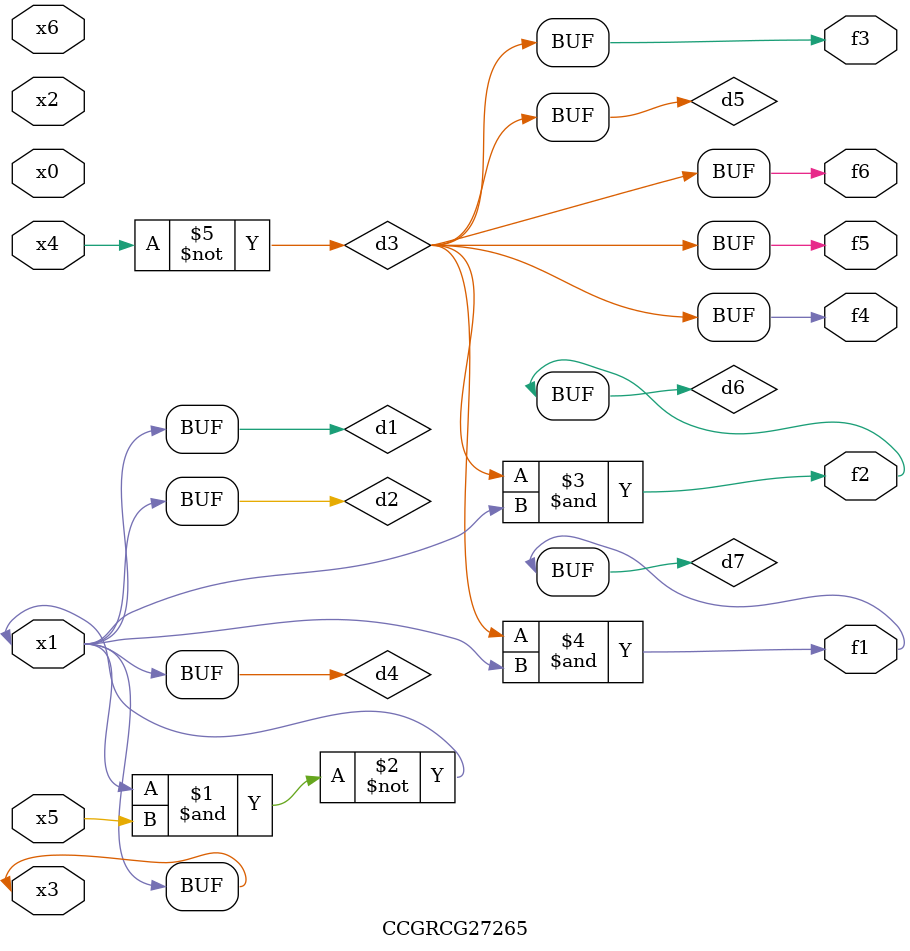
<source format=v>
module CCGRCG27265(
	input x0, x1, x2, x3, x4, x5, x6,
	output f1, f2, f3, f4, f5, f6
);

	wire d1, d2, d3, d4, d5, d6, d7;

	buf (d1, x1, x3);
	nand (d2, x1, x5);
	not (d3, x4);
	buf (d4, d1, d2);
	buf (d5, d3);
	and (d6, d3, d4);
	and (d7, d3, d4);
	assign f1 = d7;
	assign f2 = d6;
	assign f3 = d5;
	assign f4 = d5;
	assign f5 = d5;
	assign f6 = d5;
endmodule

</source>
